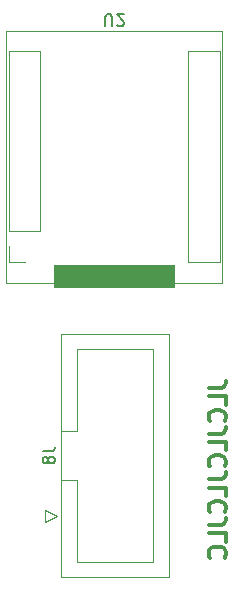
<source format=gbo>
G04 #@! TF.GenerationSoftware,KiCad,Pcbnew,7.0.7-7.0.7~ubuntu22.04.1*
G04 #@! TF.CreationDate,2023-10-11T21:50:17+02:00*
G04 #@! TF.ProjectId,RP2040-VCO,52503230-3430-42d5-9643-4f2e6b696361,rev?*
G04 #@! TF.SameCoordinates,Original*
G04 #@! TF.FileFunction,Legend,Bot*
G04 #@! TF.FilePolarity,Positive*
%FSLAX46Y46*%
G04 Gerber Fmt 4.6, Leading zero omitted, Abs format (unit mm)*
G04 Created by KiCad (PCBNEW 7.0.7-7.0.7~ubuntu22.04.1) date 2023-10-11 21:50:17*
%MOMM*%
%LPD*%
G01*
G04 APERTURE LIST*
%ADD10C,0.300000*%
%ADD11C,0.150000*%
%ADD12C,0.120000*%
%ADD13C,3.200000*%
%ADD14R,1.700000X1.700000*%
%ADD15O,1.700000X1.700000*%
%ADD16C,1.700000*%
G04 APERTURE END LIST*
D10*
X69478328Y-130071428D02*
X70549757Y-130071428D01*
X70549757Y-130071428D02*
X70764042Y-129999999D01*
X70764042Y-129999999D02*
X70906900Y-129857142D01*
X70906900Y-129857142D02*
X70978328Y-129642856D01*
X70978328Y-129642856D02*
X70978328Y-129499999D01*
X70978328Y-131499999D02*
X70978328Y-130785713D01*
X70978328Y-130785713D02*
X69478328Y-130785713D01*
X70835471Y-132857142D02*
X70906900Y-132785714D01*
X70906900Y-132785714D02*
X70978328Y-132571428D01*
X70978328Y-132571428D02*
X70978328Y-132428571D01*
X70978328Y-132428571D02*
X70906900Y-132214285D01*
X70906900Y-132214285D02*
X70764042Y-132071428D01*
X70764042Y-132071428D02*
X70621185Y-131999999D01*
X70621185Y-131999999D02*
X70335471Y-131928571D01*
X70335471Y-131928571D02*
X70121185Y-131928571D01*
X70121185Y-131928571D02*
X69835471Y-131999999D01*
X69835471Y-131999999D02*
X69692614Y-132071428D01*
X69692614Y-132071428D02*
X69549757Y-132214285D01*
X69549757Y-132214285D02*
X69478328Y-132428571D01*
X69478328Y-132428571D02*
X69478328Y-132571428D01*
X69478328Y-132571428D02*
X69549757Y-132785714D01*
X69549757Y-132785714D02*
X69621185Y-132857142D01*
X69478328Y-133928571D02*
X70549757Y-133928571D01*
X70549757Y-133928571D02*
X70764042Y-133857142D01*
X70764042Y-133857142D02*
X70906900Y-133714285D01*
X70906900Y-133714285D02*
X70978328Y-133499999D01*
X70978328Y-133499999D02*
X70978328Y-133357142D01*
X70978328Y-135357142D02*
X70978328Y-134642856D01*
X70978328Y-134642856D02*
X69478328Y-134642856D01*
X70835471Y-136714285D02*
X70906900Y-136642857D01*
X70906900Y-136642857D02*
X70978328Y-136428571D01*
X70978328Y-136428571D02*
X70978328Y-136285714D01*
X70978328Y-136285714D02*
X70906900Y-136071428D01*
X70906900Y-136071428D02*
X70764042Y-135928571D01*
X70764042Y-135928571D02*
X70621185Y-135857142D01*
X70621185Y-135857142D02*
X70335471Y-135785714D01*
X70335471Y-135785714D02*
X70121185Y-135785714D01*
X70121185Y-135785714D02*
X69835471Y-135857142D01*
X69835471Y-135857142D02*
X69692614Y-135928571D01*
X69692614Y-135928571D02*
X69549757Y-136071428D01*
X69549757Y-136071428D02*
X69478328Y-136285714D01*
X69478328Y-136285714D02*
X69478328Y-136428571D01*
X69478328Y-136428571D02*
X69549757Y-136642857D01*
X69549757Y-136642857D02*
X69621185Y-136714285D01*
X69478328Y-137785714D02*
X70549757Y-137785714D01*
X70549757Y-137785714D02*
X70764042Y-137714285D01*
X70764042Y-137714285D02*
X70906900Y-137571428D01*
X70906900Y-137571428D02*
X70978328Y-137357142D01*
X70978328Y-137357142D02*
X70978328Y-137214285D01*
X70978328Y-139214285D02*
X70978328Y-138499999D01*
X70978328Y-138499999D02*
X69478328Y-138499999D01*
X70835471Y-140571428D02*
X70906900Y-140500000D01*
X70906900Y-140500000D02*
X70978328Y-140285714D01*
X70978328Y-140285714D02*
X70978328Y-140142857D01*
X70978328Y-140142857D02*
X70906900Y-139928571D01*
X70906900Y-139928571D02*
X70764042Y-139785714D01*
X70764042Y-139785714D02*
X70621185Y-139714285D01*
X70621185Y-139714285D02*
X70335471Y-139642857D01*
X70335471Y-139642857D02*
X70121185Y-139642857D01*
X70121185Y-139642857D02*
X69835471Y-139714285D01*
X69835471Y-139714285D02*
X69692614Y-139785714D01*
X69692614Y-139785714D02*
X69549757Y-139928571D01*
X69549757Y-139928571D02*
X69478328Y-140142857D01*
X69478328Y-140142857D02*
X69478328Y-140285714D01*
X69478328Y-140285714D02*
X69549757Y-140500000D01*
X69549757Y-140500000D02*
X69621185Y-140571428D01*
X69478328Y-141642857D02*
X70549757Y-141642857D01*
X70549757Y-141642857D02*
X70764042Y-141571428D01*
X70764042Y-141571428D02*
X70906900Y-141428571D01*
X70906900Y-141428571D02*
X70978328Y-141214285D01*
X70978328Y-141214285D02*
X70978328Y-141071428D01*
X70978328Y-143071428D02*
X70978328Y-142357142D01*
X70978328Y-142357142D02*
X69478328Y-142357142D01*
X70835471Y-144428571D02*
X70906900Y-144357143D01*
X70906900Y-144357143D02*
X70978328Y-144142857D01*
X70978328Y-144142857D02*
X70978328Y-144000000D01*
X70978328Y-144000000D02*
X70906900Y-143785714D01*
X70906900Y-143785714D02*
X70764042Y-143642857D01*
X70764042Y-143642857D02*
X70621185Y-143571428D01*
X70621185Y-143571428D02*
X70335471Y-143500000D01*
X70335471Y-143500000D02*
X70121185Y-143500000D01*
X70121185Y-143500000D02*
X69835471Y-143571428D01*
X69835471Y-143571428D02*
X69692614Y-143642857D01*
X69692614Y-143642857D02*
X69549757Y-143785714D01*
X69549757Y-143785714D02*
X69478328Y-144000000D01*
X69478328Y-144000000D02*
X69478328Y-144142857D01*
X69478328Y-144142857D02*
X69549757Y-144357143D01*
X69549757Y-144357143D02*
X69621185Y-144428571D01*
D11*
X55454819Y-135446666D02*
X56169104Y-135446666D01*
X56169104Y-135446666D02*
X56311961Y-135399047D01*
X56311961Y-135399047D02*
X56407200Y-135303809D01*
X56407200Y-135303809D02*
X56454819Y-135160952D01*
X56454819Y-135160952D02*
X56454819Y-135065714D01*
X55883390Y-136065714D02*
X55835771Y-135970476D01*
X55835771Y-135970476D02*
X55788152Y-135922857D01*
X55788152Y-135922857D02*
X55692914Y-135875238D01*
X55692914Y-135875238D02*
X55645295Y-135875238D01*
X55645295Y-135875238D02*
X55550057Y-135922857D01*
X55550057Y-135922857D02*
X55502438Y-135970476D01*
X55502438Y-135970476D02*
X55454819Y-136065714D01*
X55454819Y-136065714D02*
X55454819Y-136256190D01*
X55454819Y-136256190D02*
X55502438Y-136351428D01*
X55502438Y-136351428D02*
X55550057Y-136399047D01*
X55550057Y-136399047D02*
X55645295Y-136446666D01*
X55645295Y-136446666D02*
X55692914Y-136446666D01*
X55692914Y-136446666D02*
X55788152Y-136399047D01*
X55788152Y-136399047D02*
X55835771Y-136351428D01*
X55835771Y-136351428D02*
X55883390Y-136256190D01*
X55883390Y-136256190D02*
X55883390Y-136065714D01*
X55883390Y-136065714D02*
X55931009Y-135970476D01*
X55931009Y-135970476D02*
X55978628Y-135922857D01*
X55978628Y-135922857D02*
X56073866Y-135875238D01*
X56073866Y-135875238D02*
X56264342Y-135875238D01*
X56264342Y-135875238D02*
X56359580Y-135922857D01*
X56359580Y-135922857D02*
X56407200Y-135970476D01*
X56407200Y-135970476D02*
X56454819Y-136065714D01*
X56454819Y-136065714D02*
X56454819Y-136256190D01*
X56454819Y-136256190D02*
X56407200Y-136351428D01*
X56407200Y-136351428D02*
X56359580Y-136399047D01*
X56359580Y-136399047D02*
X56264342Y-136446666D01*
X56264342Y-136446666D02*
X56073866Y-136446666D01*
X56073866Y-136446666D02*
X55978628Y-136399047D01*
X55978628Y-136399047D02*
X55931009Y-136351428D01*
X55931009Y-136351428D02*
X55883390Y-136256190D01*
X60738095Y-99445180D02*
X60738095Y-98635657D01*
X60738095Y-98635657D02*
X60785714Y-98540419D01*
X60785714Y-98540419D02*
X60833333Y-98492800D01*
X60833333Y-98492800D02*
X60928571Y-98445180D01*
X60928571Y-98445180D02*
X61119047Y-98445180D01*
X61119047Y-98445180D02*
X61214285Y-98492800D01*
X61214285Y-98492800D02*
X61261904Y-98540419D01*
X61261904Y-98540419D02*
X61309523Y-98635657D01*
X61309523Y-98635657D02*
X61309523Y-99445180D01*
X61738095Y-99349942D02*
X61785714Y-99397561D01*
X61785714Y-99397561D02*
X61880952Y-99445180D01*
X61880952Y-99445180D02*
X62119047Y-99445180D01*
X62119047Y-99445180D02*
X62214285Y-99397561D01*
X62214285Y-99397561D02*
X62261904Y-99349942D01*
X62261904Y-99349942D02*
X62309523Y-99254704D01*
X62309523Y-99254704D02*
X62309523Y-99159466D01*
X62309523Y-99159466D02*
X62261904Y-99016609D01*
X62261904Y-99016609D02*
X61690476Y-98445180D01*
X61690476Y-98445180D02*
X62309523Y-98445180D01*
D12*
X55620000Y-140380000D02*
X56620000Y-140880000D01*
X55620000Y-141380000D02*
X55620000Y-140380000D01*
X56620000Y-140880000D02*
X55620000Y-141380000D01*
X57010000Y-125510000D02*
X57010000Y-146090000D01*
X57010000Y-137850000D02*
X58320000Y-137850000D01*
X57010000Y-146090000D02*
X66130000Y-146090000D01*
X58320000Y-126810000D02*
X58320000Y-133750000D01*
X58320000Y-133750000D02*
X57010000Y-133750000D01*
X58320000Y-133750000D02*
X58320000Y-133750000D01*
X58320000Y-137850000D02*
X58320000Y-144790000D01*
X58320000Y-144790000D02*
X64820000Y-144790000D01*
X64820000Y-126810000D02*
X58320000Y-126810000D01*
X64820000Y-144790000D02*
X64820000Y-126810000D01*
X66130000Y-125510000D02*
X57010000Y-125510000D01*
X66130000Y-146090000D02*
X66130000Y-125510000D01*
X52570000Y-101500000D02*
X55230000Y-101500000D01*
X52570000Y-116800000D02*
X52570000Y-101500000D01*
X52570000Y-116800000D02*
X55230000Y-116800000D01*
X52570000Y-118070000D02*
X52570000Y-119400000D01*
X52570000Y-119400000D02*
X53900000Y-119400000D01*
X55230000Y-116800000D02*
X55230000Y-101500000D01*
X67770000Y-101500000D02*
X70430000Y-101500000D01*
X67770000Y-119400000D02*
X67770000Y-101500000D01*
X67770000Y-119400000D02*
X70430000Y-119400000D01*
X70430000Y-119400000D02*
X70430000Y-101500000D01*
X52356000Y-121168000D02*
X70644000Y-121168000D01*
X70644000Y-121168000D02*
X70644000Y-99832000D01*
X70644000Y-99832000D02*
X52356000Y-99832000D01*
X52356000Y-99832000D02*
X52356000Y-121168000D01*
X56420000Y-121504000D02*
X66580000Y-121504000D01*
X66580000Y-121504000D02*
X66580000Y-119700000D01*
X66580000Y-119700000D02*
X56420000Y-119700000D01*
X56420000Y-119700000D02*
X56420000Y-121504000D01*
G36*
X56420000Y-121504000D02*
G01*
X66580000Y-121504000D01*
X66580000Y-119700000D01*
X56420000Y-119700000D01*
X56420000Y-121504000D01*
G37*
%LPC*%
D13*
X68000000Y-96000000D03*
D14*
X69700000Y-49500000D03*
D15*
X69700000Y-52040000D03*
X69700000Y-54580000D03*
X69700000Y-57120000D03*
X69700000Y-59660000D03*
X69700000Y-62200000D03*
D14*
X53300000Y-67800000D03*
D15*
X53300000Y-70340000D03*
X53300000Y-72880000D03*
X53300000Y-75420000D03*
X53300000Y-77960000D03*
X53300000Y-80500000D03*
X53300000Y-83040000D03*
X53300000Y-85580000D03*
G36*
G01*
X59450000Y-141480000D02*
X59450000Y-140280000D01*
G75*
G02*
X59700000Y-140030000I250000J0D01*
G01*
X60900000Y-140030000D01*
G75*
G02*
X61150000Y-140280000I0J-250000D01*
G01*
X61150000Y-141480000D01*
G75*
G02*
X60900000Y-141730000I-250000J0D01*
G01*
X59700000Y-141730000D01*
G75*
G02*
X59450000Y-141480000I0J250000D01*
G01*
G37*
D16*
X62840000Y-140880000D03*
X60300000Y-138340000D03*
X62840000Y-138340000D03*
X60300000Y-135800000D03*
X62840000Y-135800000D03*
X60300000Y-133260000D03*
X62840000Y-133260000D03*
X60300000Y-130720000D03*
X62840000Y-130720000D03*
D14*
X53880000Y-118120000D03*
D16*
X53880000Y-115580000D03*
X53880000Y-113040000D03*
X53880000Y-110500000D03*
X53880000Y-107960000D03*
X53880000Y-105420000D03*
X53880000Y-102880000D03*
X69120000Y-102880000D03*
X69120000Y-105420000D03*
X69120000Y-107960000D03*
X69120000Y-110500000D03*
X69120000Y-113040000D03*
X69120000Y-115580000D03*
X69120000Y-118120000D03*
%LPD*%
M02*

</source>
